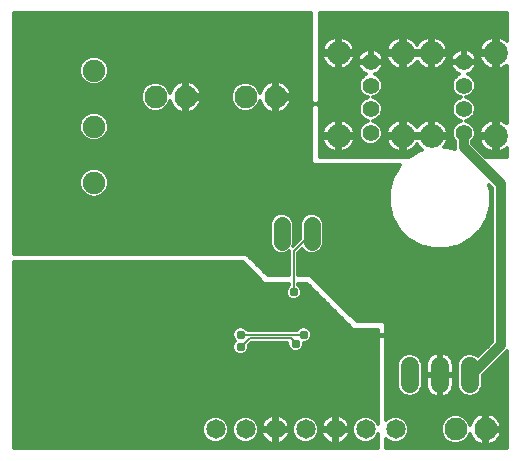
<source format=gbl>
G75*
G70*
%OFA0B0*%
%FSLAX24Y24*%
%IPPOS*%
%LPD*%
%AMOC8*
5,1,8,0,0,1.08239X$1,22.5*
%
%ADD10C,0.0760*%
%ADD11C,0.0650*%
%ADD12C,0.0600*%
%ADD13C,0.0560*%
%ADD14C,0.0795*%
%ADD15C,0.0560*%
%ADD16C,0.0750*%
%ADD17C,0.0310*%
%ADD18C,0.0060*%
%ADD19C,0.0160*%
%ADD20C,0.0120*%
%ADD21C,0.0320*%
D10*
X017970Y005075D03*
X018970Y005075D03*
X011970Y016155D03*
X010970Y016155D03*
X008970Y016155D03*
X007970Y016155D03*
D11*
X009970Y005075D03*
X010970Y005075D03*
X011970Y005075D03*
X012970Y005075D03*
X013970Y005075D03*
X014970Y005075D03*
X015970Y005075D03*
D12*
X016450Y006585D02*
X016450Y007185D01*
X017450Y007185D02*
X017450Y006585D01*
X018450Y006585D02*
X018450Y007185D01*
D13*
X013180Y011325D02*
X013180Y011885D01*
X012180Y011885D02*
X012180Y011325D01*
D14*
X014070Y014855D03*
X016210Y014855D03*
X017170Y014855D03*
X019310Y014855D03*
X019310Y017615D03*
X017170Y017615D03*
X016210Y017615D03*
X014070Y017615D03*
D15*
X015140Y017325D03*
X015140Y016535D03*
X015140Y015745D03*
X015140Y014955D03*
X018240Y014955D03*
X018240Y015745D03*
X018240Y016535D03*
X018240Y017325D03*
D16*
X005920Y017035D03*
X005920Y015165D03*
X005920Y013295D03*
D17*
X010720Y010455D03*
X012580Y009645D03*
X013030Y009585D03*
X012910Y008235D03*
X012640Y007935D03*
X010810Y007815D03*
X010810Y008235D03*
X011560Y006015D03*
X006130Y005565D03*
X003850Y006975D03*
X014230Y010875D03*
D18*
X013180Y011605D02*
X012580Y011005D01*
X012580Y009645D01*
X012910Y008235D02*
X010810Y008235D01*
X011110Y008115D02*
X010810Y007815D01*
X011110Y008115D02*
X012490Y008115D01*
X012640Y007965D01*
X012640Y007935D01*
X011560Y006015D02*
X011560Y005985D01*
X006190Y005625D02*
X006130Y005565D01*
X003970Y006945D02*
X003880Y006945D01*
X003850Y006975D01*
D19*
X010660Y010425D02*
X010690Y010455D01*
X010720Y010455D01*
X013030Y009585D02*
X013030Y009525D01*
D20*
X003260Y010645D02*
X003260Y004445D01*
X015380Y004445D01*
X015380Y004903D01*
X015347Y004823D01*
X015222Y004698D01*
X015058Y004630D01*
X014882Y004630D01*
X014718Y004698D01*
X014593Y004823D01*
X014525Y004987D01*
X014525Y005163D01*
X014593Y005327D01*
X014718Y005452D01*
X014882Y005520D01*
X015058Y005520D01*
X015222Y005452D01*
X015347Y005327D01*
X015380Y005247D01*
X015380Y008113D01*
X015462Y008195D01*
X015578Y008195D01*
X015660Y008113D01*
X015660Y005394D01*
X015718Y005452D01*
X015882Y005520D01*
X016058Y005520D01*
X016222Y005452D01*
X016347Y005327D01*
X016415Y005163D01*
X016415Y004987D01*
X016347Y004823D01*
X016222Y004698D01*
X016058Y004630D01*
X015882Y004630D01*
X015718Y004698D01*
X015660Y004756D01*
X015660Y004445D01*
X019680Y004445D01*
X019680Y007679D01*
X018870Y006869D01*
X018870Y006501D01*
X018806Y006347D01*
X018688Y006229D01*
X018534Y006165D01*
X018366Y006165D01*
X018212Y006229D01*
X018094Y006347D01*
X018030Y006501D01*
X018030Y007269D01*
X018094Y007423D01*
X018212Y007541D01*
X018366Y007605D01*
X018534Y007605D01*
X018688Y007541D01*
X018719Y007510D01*
X019200Y007991D01*
X019200Y013129D01*
X019102Y013227D01*
X019160Y013010D01*
X019160Y012560D01*
X019043Y012125D01*
X018818Y011735D01*
X018500Y011417D01*
X018110Y011192D01*
X017675Y011075D01*
X017225Y011075D01*
X016790Y011192D01*
X016400Y011417D01*
X016082Y011735D01*
X015857Y012125D01*
X015740Y012560D01*
X015740Y013010D01*
X015857Y013445D01*
X016082Y013835D01*
X016132Y013885D01*
X013242Y013885D01*
X013160Y013967D01*
X013160Y015823D01*
X013242Y015905D01*
X013358Y015905D01*
X013440Y015823D01*
X013440Y014165D01*
X016420Y014165D01*
X016790Y014378D01*
X016854Y014396D01*
X016807Y014430D01*
X016745Y014492D01*
X016693Y014563D01*
X016690Y014569D01*
X016687Y014563D01*
X016635Y014492D01*
X016573Y014430D01*
X016502Y014378D01*
X016424Y014338D01*
X016341Y014311D01*
X016270Y014300D01*
X016270Y014795D01*
X016270Y014915D01*
X016150Y014915D01*
X016150Y015410D01*
X016079Y015399D01*
X015996Y015372D01*
X015918Y015332D01*
X015847Y015280D01*
X015785Y015218D01*
X015733Y015147D01*
X015693Y015069D01*
X015666Y014986D01*
X015655Y014915D01*
X016150Y014915D01*
X016150Y014795D01*
X016270Y014795D01*
X016765Y014795D01*
X017110Y014795D01*
X017110Y014915D01*
X017110Y015410D01*
X017039Y015399D01*
X016956Y015372D01*
X016878Y015332D01*
X016807Y015280D01*
X016745Y015218D01*
X016693Y015147D01*
X016690Y015141D01*
X016687Y015147D01*
X016635Y015218D01*
X016573Y015280D01*
X016502Y015332D01*
X016424Y015372D01*
X016341Y015399D01*
X016270Y015410D01*
X016270Y014915D01*
X017110Y014915D01*
X017230Y014915D01*
X017230Y015410D01*
X017301Y015399D01*
X017384Y015372D01*
X017462Y015332D01*
X017533Y015280D01*
X017595Y015218D01*
X017647Y015147D01*
X017687Y015069D01*
X017714Y014986D01*
X017725Y014915D01*
X017230Y014915D01*
X017230Y014795D01*
X017725Y014795D01*
X017714Y014724D01*
X017687Y014641D01*
X017647Y014563D01*
X017598Y014495D01*
X017675Y014495D01*
X017965Y014417D01*
X017960Y014429D01*
X017960Y014669D01*
X017901Y014728D01*
X017840Y014875D01*
X017840Y015035D01*
X017901Y015182D01*
X018013Y015294D01*
X017514Y015294D01*
X017626Y015176D02*
X017898Y015176D01*
X017849Y015057D02*
X017691Y015057D01*
X017721Y014939D02*
X017840Y014939D01*
X017863Y014820D02*
X017230Y014820D01*
X017230Y014939D02*
X017110Y014939D01*
X017110Y015057D02*
X017230Y015057D01*
X017230Y015176D02*
X017110Y015176D01*
X017110Y015294D02*
X017230Y015294D01*
X016826Y015294D02*
X016554Y015294D01*
X016666Y015176D02*
X016714Y015176D01*
X017110Y014820D02*
X016270Y014820D01*
X016270Y014702D02*
X016150Y014702D01*
X016150Y014795D02*
X016150Y014300D01*
X016079Y014311D01*
X015996Y014338D01*
X015918Y014378D01*
X015847Y014430D01*
X015785Y014492D01*
X015733Y014563D01*
X015693Y014641D01*
X015666Y014724D01*
X015655Y014795D01*
X016150Y014795D01*
X016150Y014820D02*
X015517Y014820D01*
X015540Y014875D02*
X015540Y015035D01*
X015479Y015182D01*
X015367Y015294D01*
X015866Y015294D01*
X015754Y015176D02*
X015482Y015176D01*
X015531Y015057D02*
X015689Y015057D01*
X015659Y014939D02*
X015540Y014939D01*
X015540Y014875D02*
X015479Y014728D01*
X015367Y014616D01*
X015220Y014555D01*
X015060Y014555D01*
X014913Y014616D01*
X014801Y014728D01*
X014740Y014875D01*
X014740Y015035D01*
X014801Y015182D01*
X014913Y015294D01*
X014414Y015294D01*
X014433Y015280D02*
X014362Y015332D01*
X014284Y015372D01*
X014201Y015399D01*
X014130Y015410D01*
X014130Y014915D01*
X014625Y014915D01*
X014614Y014986D01*
X014587Y015069D01*
X014547Y015147D01*
X014495Y015218D01*
X014433Y015280D01*
X014526Y015176D02*
X014798Y015176D01*
X014749Y015057D02*
X014591Y015057D01*
X014621Y014939D02*
X014740Y014939D01*
X014763Y014820D02*
X014130Y014820D01*
X014130Y014795D02*
X014130Y014915D01*
X014010Y014915D01*
X014010Y015410D01*
X013939Y015399D01*
X013856Y015372D01*
X013778Y015332D01*
X013707Y015280D01*
X013645Y015218D01*
X013593Y015147D01*
X013553Y015069D01*
X013526Y014986D01*
X013515Y014915D01*
X014010Y014915D01*
X014010Y014795D01*
X014130Y014795D01*
X014625Y014795D01*
X014614Y014724D01*
X014587Y014641D01*
X014547Y014563D01*
X014495Y014492D01*
X014433Y014430D01*
X014362Y014378D01*
X014284Y014338D01*
X014201Y014311D01*
X014130Y014300D01*
X014130Y014795D01*
X014130Y014702D02*
X014010Y014702D01*
X014010Y014795D02*
X014010Y014300D01*
X013939Y014311D01*
X013856Y014338D01*
X013778Y014378D01*
X013707Y014430D01*
X013645Y014492D01*
X013593Y014563D01*
X013553Y014641D01*
X013526Y014724D01*
X013515Y014795D01*
X014010Y014795D01*
X014010Y014820D02*
X013440Y014820D01*
X013440Y014702D02*
X013534Y014702D01*
X013583Y014583D02*
X013440Y014583D01*
X013440Y014465D02*
X013672Y014465D01*
X013841Y014346D02*
X013440Y014346D01*
X013440Y014228D02*
X016529Y014228D01*
X016439Y014346D02*
X016734Y014346D01*
X016772Y014465D02*
X016608Y014465D01*
X016270Y014465D02*
X016150Y014465D01*
X016150Y014583D02*
X016270Y014583D01*
X016270Y014346D02*
X016150Y014346D01*
X015981Y014346D02*
X014299Y014346D01*
X014130Y014346D02*
X014010Y014346D01*
X014010Y014465D02*
X014130Y014465D01*
X014130Y014583D02*
X014010Y014583D01*
X014010Y014939D02*
X014130Y014939D01*
X014130Y015057D02*
X014010Y015057D01*
X014010Y015176D02*
X014130Y015176D01*
X014130Y015294D02*
X014010Y015294D01*
X013726Y015294D02*
X013440Y015294D01*
X013440Y015176D02*
X013614Y015176D01*
X013549Y015057D02*
X013440Y015057D01*
X013440Y014939D02*
X013519Y014939D01*
X013160Y014939D02*
X006362Y014939D01*
X006340Y014885D02*
X006415Y015067D01*
X006415Y015263D01*
X006340Y015445D01*
X006200Y015585D01*
X006018Y015660D01*
X005822Y015660D01*
X005640Y015585D01*
X005500Y015445D01*
X005425Y015263D01*
X005425Y015067D01*
X005500Y014885D01*
X005640Y014745D01*
X005822Y014670D01*
X006018Y014670D01*
X006200Y014745D01*
X006340Y014885D01*
X006275Y014820D02*
X013160Y014820D01*
X013160Y014702D02*
X006095Y014702D01*
X005745Y014702D02*
X003260Y014702D01*
X003260Y014820D02*
X005565Y014820D01*
X005478Y014939D02*
X003260Y014939D01*
X003260Y015057D02*
X005429Y015057D01*
X005425Y015176D02*
X003260Y015176D01*
X003260Y015294D02*
X005438Y015294D01*
X005487Y015413D02*
X003260Y015413D01*
X003260Y015531D02*
X005586Y015531D01*
X005796Y015650D02*
X003260Y015650D01*
X003260Y015768D02*
X007650Y015768D01*
X007687Y015731D02*
X007546Y015872D01*
X007470Y016056D01*
X007470Y016254D01*
X007546Y016438D01*
X007687Y016579D01*
X007871Y016655D01*
X008069Y016655D01*
X008253Y016579D01*
X008394Y016438D01*
X008450Y016302D01*
X008470Y016362D01*
X008508Y016438D01*
X008558Y016507D01*
X008618Y016567D01*
X008687Y016617D01*
X008763Y016655D01*
X008844Y016682D01*
X008915Y016693D01*
X008915Y016210D01*
X009025Y016210D01*
X009508Y016210D01*
X009497Y016281D01*
X009470Y016362D01*
X009432Y016438D01*
X009382Y016507D01*
X009322Y016567D01*
X009253Y016617D01*
X009177Y016655D01*
X009096Y016682D01*
X009025Y016693D01*
X009025Y016210D01*
X009025Y016100D01*
X009508Y016100D01*
X009497Y016029D01*
X009470Y015948D01*
X009432Y015872D01*
X009382Y015803D01*
X009322Y015743D01*
X009253Y015693D01*
X009177Y015655D01*
X009096Y015628D01*
X009025Y015617D01*
X009025Y016100D01*
X008915Y016100D01*
X008915Y015617D01*
X008844Y015628D01*
X008763Y015655D01*
X008687Y015693D01*
X008618Y015743D01*
X008558Y015803D01*
X008508Y015872D01*
X008470Y015948D01*
X008450Y016008D01*
X008394Y015872D01*
X008253Y015731D01*
X008069Y015655D01*
X007871Y015655D01*
X007687Y015731D01*
X007540Y015887D02*
X003260Y015887D01*
X003260Y016005D02*
X007491Y016005D01*
X007470Y016124D02*
X003260Y016124D01*
X003260Y016242D02*
X007470Y016242D01*
X007514Y016361D02*
X003260Y016361D01*
X003260Y016479D02*
X007587Y016479D01*
X007732Y016598D02*
X006157Y016598D01*
X006200Y016615D02*
X006340Y016755D01*
X006415Y016937D01*
X006415Y017133D01*
X006340Y017315D01*
X006200Y017455D01*
X006018Y017530D01*
X005822Y017530D01*
X005640Y017455D01*
X005500Y017315D01*
X005425Y017133D01*
X005425Y016937D01*
X005500Y016755D01*
X005640Y016615D01*
X005822Y016540D01*
X006018Y016540D01*
X006200Y016615D01*
X006301Y016716D02*
X013160Y016716D01*
X013160Y016598D02*
X012280Y016598D01*
X012253Y016617D02*
X012177Y016655D01*
X012096Y016682D01*
X012025Y016693D01*
X012025Y016210D01*
X012508Y016210D01*
X012497Y016281D01*
X012470Y016362D01*
X012432Y016438D01*
X012382Y016507D01*
X012322Y016567D01*
X012253Y016617D01*
X012402Y016479D02*
X013160Y016479D01*
X013160Y016361D02*
X012471Y016361D01*
X012503Y016242D02*
X013160Y016242D01*
X013160Y016124D02*
X012025Y016124D01*
X012025Y016100D02*
X012025Y016210D01*
X011915Y016210D01*
X011915Y016693D01*
X011844Y016682D01*
X011763Y016655D01*
X011687Y016617D01*
X011618Y016567D01*
X011558Y016507D01*
X011508Y016438D01*
X011470Y016362D01*
X011450Y016302D01*
X011394Y016438D01*
X011253Y016579D01*
X011069Y016655D01*
X010871Y016655D01*
X010687Y016579D01*
X010546Y016438D01*
X010470Y016254D01*
X010470Y016056D01*
X010546Y015872D01*
X010687Y015731D01*
X010871Y015655D01*
X011069Y015655D01*
X011253Y015731D01*
X011394Y015872D01*
X011450Y016008D01*
X011470Y015948D01*
X011508Y015872D01*
X011558Y015803D01*
X011618Y015743D01*
X011687Y015693D01*
X011763Y015655D01*
X011844Y015628D01*
X011915Y015617D01*
X011915Y016100D01*
X012025Y016100D01*
X012508Y016100D01*
X012497Y016029D01*
X012470Y015948D01*
X012432Y015872D01*
X012382Y015803D01*
X012322Y015743D01*
X012253Y015693D01*
X012177Y015655D01*
X012096Y015628D01*
X012025Y015617D01*
X012025Y016100D01*
X012025Y016005D02*
X011915Y016005D01*
X011915Y015887D02*
X012025Y015887D01*
X012025Y015768D02*
X011915Y015768D01*
X011915Y015650D02*
X012025Y015650D01*
X012162Y015650D02*
X013160Y015650D01*
X013160Y015768D02*
X012347Y015768D01*
X012439Y015887D02*
X013224Y015887D01*
X013242Y015925D02*
X013358Y015925D01*
X013440Y016007D01*
X013440Y018965D01*
X019680Y018965D01*
X019680Y018033D01*
X019673Y018040D01*
X019602Y018092D01*
X019524Y018132D01*
X019441Y018159D01*
X019370Y018170D01*
X019370Y017675D01*
X019250Y017675D01*
X019250Y018170D01*
X019179Y018159D01*
X019096Y018132D01*
X019018Y018092D01*
X018947Y018040D01*
X018885Y017978D01*
X018833Y017907D01*
X018793Y017829D01*
X018766Y017746D01*
X018755Y017675D01*
X019250Y017675D01*
X019250Y017555D01*
X019370Y017555D01*
X019370Y017060D01*
X019441Y017071D01*
X019524Y017098D01*
X019602Y017138D01*
X019673Y017190D01*
X019680Y017197D01*
X019680Y015273D01*
X019673Y015280D01*
X019602Y015332D01*
X019524Y015372D01*
X019441Y015399D01*
X019370Y015410D01*
X019370Y014915D01*
X019250Y014915D01*
X019250Y015410D01*
X019179Y015399D01*
X019096Y015372D01*
X019018Y015332D01*
X018947Y015280D01*
X018885Y015218D01*
X018833Y015147D01*
X018793Y015069D01*
X018766Y014986D01*
X018755Y014915D01*
X019250Y014915D01*
X019250Y014795D01*
X019370Y014795D01*
X019370Y014300D01*
X019441Y014311D01*
X019524Y014338D01*
X019602Y014378D01*
X019673Y014430D01*
X019680Y014437D01*
X019680Y014165D01*
X018956Y014165D01*
X018520Y014601D01*
X018520Y014669D01*
X018579Y014728D01*
X018640Y014875D01*
X018640Y015035D01*
X018579Y015182D01*
X018467Y015294D01*
X018966Y015294D01*
X018854Y015176D02*
X018582Y015176D01*
X018631Y015057D02*
X018789Y015057D01*
X018759Y014939D02*
X018640Y014939D01*
X018617Y014820D02*
X019250Y014820D01*
X019250Y014795D02*
X018755Y014795D01*
X018766Y014724D01*
X018793Y014641D01*
X018833Y014563D01*
X018885Y014492D01*
X018947Y014430D01*
X019018Y014378D01*
X019096Y014338D01*
X019179Y014311D01*
X019250Y014300D01*
X019250Y014795D01*
X019250Y014702D02*
X019370Y014702D01*
X019370Y014583D02*
X019250Y014583D01*
X019250Y014465D02*
X019370Y014465D01*
X019370Y014346D02*
X019250Y014346D01*
X019081Y014346D02*
X018775Y014346D01*
X018893Y014228D02*
X019680Y014228D01*
X019680Y014346D02*
X019539Y014346D01*
X019370Y014939D02*
X019250Y014939D01*
X019250Y015057D02*
X019370Y015057D01*
X019370Y015176D02*
X019250Y015176D01*
X019250Y015294D02*
X019370Y015294D01*
X019654Y015294D02*
X019680Y015294D01*
X019680Y015413D02*
X018473Y015413D01*
X018467Y015406D02*
X018579Y015518D01*
X018640Y015665D01*
X018640Y015825D01*
X018579Y015972D01*
X018467Y016084D01*
X018332Y016140D01*
X018467Y016196D01*
X018579Y016308D01*
X018640Y016455D01*
X018640Y016615D01*
X018579Y016762D01*
X018467Y016874D01*
X018383Y016909D01*
X018409Y016917D01*
X018471Y016949D01*
X018527Y016989D01*
X018576Y017038D01*
X018616Y017094D01*
X018648Y017156D01*
X018669Y017222D01*
X018680Y017290D01*
X018680Y017295D01*
X018270Y017295D01*
X018270Y017355D01*
X018210Y017355D01*
X018210Y017765D01*
X018205Y017765D01*
X018137Y017754D01*
X018071Y017733D01*
X018009Y017701D01*
X017953Y017661D01*
X017904Y017612D01*
X017864Y017556D01*
X017832Y017494D01*
X017811Y017428D01*
X017800Y017360D01*
X017800Y017355D01*
X018210Y017355D01*
X018210Y017295D01*
X017800Y017295D01*
X017800Y017290D01*
X017811Y017222D01*
X017832Y017156D01*
X017864Y017094D01*
X017904Y017038D01*
X017953Y016989D01*
X018009Y016949D01*
X018071Y016917D01*
X018097Y016909D01*
X018013Y016874D01*
X017901Y016762D01*
X017840Y016615D01*
X017840Y016455D01*
X017901Y016308D01*
X018013Y016196D01*
X018148Y016140D01*
X018013Y016084D01*
X017901Y015972D01*
X017840Y015825D01*
X017840Y015665D01*
X017901Y015518D01*
X018013Y015406D01*
X018148Y015350D01*
X018013Y015294D01*
X018007Y015413D02*
X015373Y015413D01*
X015367Y015406D02*
X015479Y015518D01*
X015540Y015665D01*
X015540Y015825D01*
X015479Y015972D01*
X015367Y016084D01*
X015232Y016140D01*
X015367Y016196D01*
X015479Y016308D01*
X015540Y016455D01*
X015540Y016615D01*
X015479Y016762D01*
X015367Y016874D01*
X015283Y016909D01*
X015309Y016917D01*
X015371Y016949D01*
X015427Y016989D01*
X015476Y017038D01*
X015516Y017094D01*
X015548Y017156D01*
X015569Y017222D01*
X015580Y017290D01*
X015580Y017295D01*
X015170Y017295D01*
X015170Y017355D01*
X015110Y017355D01*
X015110Y017765D01*
X015105Y017765D01*
X015037Y017754D01*
X014971Y017733D01*
X014909Y017701D01*
X014853Y017661D01*
X014804Y017612D01*
X014764Y017556D01*
X014732Y017494D01*
X014711Y017428D01*
X014700Y017360D01*
X014700Y017355D01*
X015110Y017355D01*
X015110Y017295D01*
X014700Y017295D01*
X014700Y017290D01*
X014711Y017222D01*
X014732Y017156D01*
X014764Y017094D01*
X014804Y017038D01*
X014853Y016989D01*
X014909Y016949D01*
X014971Y016917D01*
X014997Y016909D01*
X014913Y016874D01*
X014801Y016762D01*
X014740Y016615D01*
X014740Y016455D01*
X014801Y016308D01*
X014913Y016196D01*
X015048Y016140D01*
X014913Y016084D01*
X014801Y015972D01*
X014740Y015825D01*
X014740Y015665D01*
X014801Y015518D01*
X014913Y015406D01*
X015048Y015350D01*
X014913Y015294D01*
X014907Y015413D02*
X013440Y015413D01*
X013440Y015531D02*
X014796Y015531D01*
X014747Y015650D02*
X013440Y015650D01*
X013440Y015768D02*
X014740Y015768D01*
X014766Y015887D02*
X013376Y015887D01*
X013438Y016005D02*
X014834Y016005D01*
X015009Y016124D02*
X013440Y016124D01*
X013440Y016242D02*
X014867Y016242D01*
X014779Y016361D02*
X013440Y016361D01*
X013440Y016479D02*
X014740Y016479D01*
X014740Y016598D02*
X013440Y016598D01*
X013440Y016716D02*
X014782Y016716D01*
X014874Y016835D02*
X013440Y016835D01*
X013440Y016953D02*
X014903Y016953D01*
X014780Y017072D02*
X014201Y017072D01*
X014201Y017071D02*
X014284Y017098D01*
X014362Y017138D01*
X014433Y017190D01*
X014495Y017252D01*
X014547Y017323D01*
X014587Y017401D01*
X014614Y017484D01*
X014625Y017555D01*
X014130Y017555D01*
X014130Y017675D01*
X014625Y017675D01*
X014614Y017746D01*
X014587Y017829D01*
X014547Y017907D01*
X014495Y017978D01*
X014433Y018040D01*
X014362Y018092D01*
X014284Y018132D01*
X014201Y018159D01*
X014130Y018170D01*
X014130Y017675D01*
X014010Y017675D01*
X014010Y018170D01*
X013939Y018159D01*
X013856Y018132D01*
X013778Y018092D01*
X013707Y018040D01*
X013645Y017978D01*
X013593Y017907D01*
X013553Y017829D01*
X013526Y017746D01*
X013515Y017675D01*
X014010Y017675D01*
X014010Y017555D01*
X014130Y017555D01*
X014130Y017060D01*
X014201Y017071D01*
X014130Y017072D02*
X014010Y017072D01*
X014010Y017060D02*
X014010Y017555D01*
X013515Y017555D01*
X013526Y017484D01*
X013553Y017401D01*
X013593Y017323D01*
X013645Y017252D01*
X013707Y017190D01*
X013778Y017138D01*
X013856Y017098D01*
X013939Y017071D01*
X014010Y017060D01*
X013939Y017072D02*
X013440Y017072D01*
X013440Y017190D02*
X013707Y017190D01*
X013604Y017309D02*
X013440Y017309D01*
X013440Y017427D02*
X013545Y017427D01*
X013517Y017546D02*
X013440Y017546D01*
X013440Y017664D02*
X014010Y017664D01*
X014010Y017546D02*
X014130Y017546D01*
X014130Y017664D02*
X014858Y017664D01*
X014759Y017546D02*
X014623Y017546D01*
X014595Y017427D02*
X014711Y017427D01*
X014536Y017309D02*
X015110Y017309D01*
X015170Y017309D02*
X015744Y017309D01*
X015733Y017323D02*
X015785Y017252D01*
X015847Y017190D01*
X015918Y017138D01*
X015996Y017098D01*
X016079Y017071D01*
X016150Y017060D01*
X016150Y017555D01*
X016270Y017555D01*
X016270Y017675D01*
X016150Y017675D01*
X016150Y018170D01*
X016079Y018159D01*
X015996Y018132D01*
X015918Y018092D01*
X015847Y018040D01*
X015785Y017978D01*
X015733Y017907D01*
X015693Y017829D01*
X015666Y017746D01*
X015655Y017675D01*
X016150Y017675D01*
X016150Y017555D01*
X015655Y017555D01*
X015666Y017484D01*
X015693Y017401D01*
X015733Y017323D01*
X015685Y017427D02*
X015569Y017427D01*
X015569Y017428D02*
X015548Y017494D01*
X015516Y017556D01*
X015476Y017612D01*
X015427Y017661D01*
X015371Y017701D01*
X015309Y017733D01*
X015243Y017754D01*
X015175Y017765D01*
X015170Y017765D01*
X015170Y017355D01*
X015580Y017355D01*
X015580Y017360D01*
X015569Y017428D01*
X015521Y017546D02*
X015657Y017546D01*
X015678Y017783D02*
X014602Y017783D01*
X014550Y017901D02*
X015730Y017901D01*
X015826Y018020D02*
X014454Y018020D01*
X014264Y018138D02*
X016016Y018138D01*
X016150Y018138D02*
X016270Y018138D01*
X016270Y018170D02*
X016270Y017675D01*
X017110Y017675D01*
X017110Y018170D01*
X017039Y018159D01*
X016956Y018132D01*
X016878Y018092D01*
X016807Y018040D01*
X016745Y017978D01*
X016693Y017907D01*
X016690Y017901D01*
X016690Y017901D01*
X016687Y017907D01*
X016635Y017978D01*
X016573Y018040D01*
X016502Y018092D01*
X016424Y018132D01*
X016341Y018159D01*
X016270Y018170D01*
X016404Y018138D02*
X016976Y018138D01*
X017110Y018138D02*
X017230Y018138D01*
X017230Y018170D02*
X017301Y018159D01*
X017384Y018132D01*
X017462Y018092D01*
X017533Y018040D01*
X017595Y017978D01*
X017647Y017907D01*
X017687Y017829D01*
X017714Y017746D01*
X017725Y017675D01*
X017230Y017675D01*
X017230Y017555D01*
X017725Y017555D01*
X017714Y017484D01*
X017687Y017401D01*
X017647Y017323D01*
X017595Y017252D01*
X017533Y017190D01*
X017462Y017138D01*
X017384Y017098D01*
X017301Y017071D01*
X017230Y017060D01*
X017230Y017555D01*
X017110Y017555D01*
X017110Y017060D01*
X017039Y017071D01*
X016956Y017098D01*
X016878Y017138D01*
X016807Y017190D01*
X016745Y017252D01*
X016693Y017323D01*
X016690Y017329D01*
X016687Y017323D01*
X016635Y017252D01*
X016573Y017190D01*
X016502Y017138D01*
X016424Y017098D01*
X016341Y017071D01*
X016270Y017060D01*
X016270Y017555D01*
X016615Y017555D01*
X017110Y017555D01*
X017110Y017675D01*
X017230Y017675D01*
X017230Y018170D01*
X017364Y018138D02*
X019116Y018138D01*
X019250Y018138D02*
X019370Y018138D01*
X019370Y018020D02*
X019250Y018020D01*
X019250Y017901D02*
X019370Y017901D01*
X019370Y017783D02*
X019250Y017783D01*
X019250Y017664D02*
X018522Y017664D01*
X018527Y017661D02*
X018471Y017701D01*
X018409Y017733D01*
X018343Y017754D01*
X018275Y017765D01*
X018270Y017765D01*
X018270Y017355D01*
X018680Y017355D01*
X018680Y017360D01*
X018669Y017428D01*
X018648Y017494D01*
X018616Y017556D01*
X018576Y017612D01*
X018527Y017661D01*
X018621Y017546D02*
X018757Y017546D01*
X018755Y017555D02*
X018766Y017484D01*
X018793Y017401D01*
X018833Y017323D01*
X018885Y017252D01*
X018947Y017190D01*
X019018Y017138D01*
X019096Y017098D01*
X019179Y017071D01*
X019250Y017060D01*
X019250Y017555D01*
X018755Y017555D01*
X018785Y017427D02*
X018669Y017427D01*
X018844Y017309D02*
X018270Y017309D01*
X018210Y017309D02*
X017636Y017309D01*
X017695Y017427D02*
X017811Y017427D01*
X017859Y017546D02*
X017723Y017546D01*
X017702Y017783D02*
X018778Y017783D01*
X018830Y017901D02*
X017650Y017901D01*
X017554Y018020D02*
X018926Y018020D01*
X019250Y017546D02*
X019370Y017546D01*
X019370Y017427D02*
X019250Y017427D01*
X019250Y017309D02*
X019370Y017309D01*
X019370Y017190D02*
X019250Y017190D01*
X019250Y017072D02*
X019370Y017072D01*
X019441Y017072D02*
X019680Y017072D01*
X019673Y017190D02*
X019680Y017190D01*
X019680Y016953D02*
X018477Y016953D01*
X018506Y016835D02*
X019680Y016835D01*
X019680Y016716D02*
X018598Y016716D01*
X018640Y016598D02*
X019680Y016598D01*
X019680Y016479D02*
X018640Y016479D01*
X018601Y016361D02*
X019680Y016361D01*
X019680Y016242D02*
X018513Y016242D01*
X018371Y016124D02*
X019680Y016124D01*
X019680Y016005D02*
X018546Y016005D01*
X018614Y015887D02*
X019680Y015887D01*
X019680Y015768D02*
X018640Y015768D01*
X018633Y015650D02*
X019680Y015650D01*
X019680Y015531D02*
X018584Y015531D01*
X018467Y015406D02*
X018332Y015350D01*
X018467Y015294D01*
X017896Y015531D02*
X015484Y015531D01*
X015533Y015650D02*
X017847Y015650D01*
X017840Y015768D02*
X015540Y015768D01*
X015514Y015887D02*
X017866Y015887D01*
X017934Y016005D02*
X015446Y016005D01*
X015271Y016124D02*
X018109Y016124D01*
X017967Y016242D02*
X015413Y016242D01*
X015501Y016361D02*
X017879Y016361D01*
X017840Y016479D02*
X015540Y016479D01*
X015540Y016598D02*
X017840Y016598D01*
X017882Y016716D02*
X015498Y016716D01*
X015406Y016835D02*
X017974Y016835D01*
X018003Y016953D02*
X015377Y016953D01*
X015500Y017072D02*
X016079Y017072D01*
X016150Y017072D02*
X016270Y017072D01*
X016341Y017072D02*
X017039Y017072D01*
X017110Y017072D02*
X017230Y017072D01*
X017301Y017072D02*
X017880Y017072D01*
X017821Y017190D02*
X017533Y017190D01*
X017230Y017190D02*
X017110Y017190D01*
X017110Y017309D02*
X017230Y017309D01*
X017230Y017427D02*
X017110Y017427D01*
X017110Y017546D02*
X017230Y017546D01*
X017230Y017664D02*
X017958Y017664D01*
X018210Y017664D02*
X018270Y017664D01*
X018270Y017546D02*
X018210Y017546D01*
X018210Y017427D02*
X018270Y017427D01*
X018659Y017190D02*
X018947Y017190D01*
X019179Y017072D02*
X018600Y017072D01*
X019504Y018138D02*
X019680Y018138D01*
X019680Y018257D02*
X013440Y018257D01*
X013440Y018375D02*
X019680Y018375D01*
X019680Y018494D02*
X013440Y018494D01*
X013440Y018612D02*
X019680Y018612D01*
X019680Y018731D02*
X013440Y018731D01*
X013440Y018849D02*
X019680Y018849D01*
X017230Y018020D02*
X017110Y018020D01*
X017110Y017901D02*
X017230Y017901D01*
X017230Y017783D02*
X017110Y017783D01*
X017110Y017664D02*
X016270Y017664D01*
X016270Y017546D02*
X016150Y017546D01*
X016150Y017664D02*
X015422Y017664D01*
X015170Y017664D02*
X015110Y017664D01*
X015110Y017546D02*
X015170Y017546D01*
X015170Y017427D02*
X015110Y017427D01*
X014721Y017190D02*
X014433Y017190D01*
X014130Y017190D02*
X014010Y017190D01*
X014010Y017309D02*
X014130Y017309D01*
X014130Y017427D02*
X014010Y017427D01*
X014010Y017783D02*
X014130Y017783D01*
X014130Y017901D02*
X014010Y017901D01*
X014010Y018020D02*
X014130Y018020D01*
X014130Y018138D02*
X014010Y018138D01*
X013876Y018138D02*
X013440Y018138D01*
X013440Y018020D02*
X013686Y018020D01*
X013590Y017901D02*
X013440Y017901D01*
X013440Y017783D02*
X013538Y017783D01*
X013160Y017783D02*
X003260Y017783D01*
X003260Y017901D02*
X013160Y017901D01*
X013160Y018020D02*
X003260Y018020D01*
X003260Y018138D02*
X013160Y018138D01*
X013160Y018257D02*
X003260Y018257D01*
X003260Y018375D02*
X013160Y018375D01*
X013160Y018494D02*
X003260Y018494D01*
X003260Y018612D02*
X013160Y018612D01*
X013160Y018731D02*
X003260Y018731D01*
X003260Y018849D02*
X013160Y018849D01*
X013160Y018965D02*
X013160Y016007D01*
X013242Y015925D01*
X013162Y016005D02*
X012489Y016005D01*
X012025Y016242D02*
X011915Y016242D01*
X011915Y016361D02*
X012025Y016361D01*
X012025Y016479D02*
X011915Y016479D01*
X011915Y016598D02*
X012025Y016598D01*
X011660Y016598D02*
X011208Y016598D01*
X011353Y016479D02*
X011538Y016479D01*
X011469Y016361D02*
X011426Y016361D01*
X011449Y016005D02*
X011451Y016005D01*
X011400Y015887D02*
X011501Y015887D01*
X011593Y015768D02*
X011290Y015768D01*
X011778Y015650D02*
X009162Y015650D01*
X009025Y015650D02*
X008915Y015650D01*
X008915Y015768D02*
X009025Y015768D01*
X009025Y015887D02*
X008915Y015887D01*
X008915Y016005D02*
X009025Y016005D01*
X009025Y016124D02*
X010470Y016124D01*
X010470Y016242D02*
X009503Y016242D01*
X009471Y016361D02*
X010514Y016361D01*
X010587Y016479D02*
X009402Y016479D01*
X009280Y016598D02*
X010732Y016598D01*
X010491Y016005D02*
X009489Y016005D01*
X009439Y015887D02*
X010540Y015887D01*
X010650Y015768D02*
X009347Y015768D01*
X009025Y016242D02*
X008915Y016242D01*
X008915Y016361D02*
X009025Y016361D01*
X009025Y016479D02*
X008915Y016479D01*
X008915Y016598D02*
X009025Y016598D01*
X008660Y016598D02*
X008208Y016598D01*
X008353Y016479D02*
X008538Y016479D01*
X008469Y016361D02*
X008426Y016361D01*
X008449Y016005D02*
X008451Y016005D01*
X008400Y015887D02*
X008501Y015887D01*
X008593Y015768D02*
X008290Y015768D01*
X008778Y015650D02*
X006044Y015650D01*
X006254Y015531D02*
X013160Y015531D01*
X013160Y015413D02*
X006353Y015413D01*
X006402Y015294D02*
X013160Y015294D01*
X013160Y015176D02*
X006415Y015176D01*
X006411Y015057D02*
X013160Y015057D01*
X013160Y014583D02*
X003260Y014583D01*
X003260Y014465D02*
X013160Y014465D01*
X013160Y014346D02*
X003260Y014346D01*
X003260Y014228D02*
X013160Y014228D01*
X013160Y014109D02*
X003260Y014109D01*
X003260Y013991D02*
X013160Y013991D01*
X014468Y014465D02*
X015812Y014465D01*
X015723Y014583D02*
X015287Y014583D01*
X015452Y014702D02*
X015674Y014702D01*
X016150Y014939D02*
X016270Y014939D01*
X016270Y015057D02*
X016150Y015057D01*
X016150Y015176D02*
X016270Y015176D01*
X016270Y015294D02*
X016150Y015294D01*
X015367Y015294D02*
X015232Y015350D01*
X015367Y015406D01*
X014828Y014702D02*
X014606Y014702D01*
X014557Y014583D02*
X014993Y014583D01*
X016035Y013754D02*
X006107Y013754D01*
X006018Y013790D02*
X006200Y013715D01*
X006340Y013575D01*
X006415Y013393D01*
X006415Y013197D01*
X006340Y013015D01*
X006200Y012875D01*
X006018Y012800D01*
X005822Y012800D01*
X005640Y012875D01*
X005500Y013015D01*
X005425Y013197D01*
X005425Y013393D01*
X005500Y013575D01*
X005640Y013715D01*
X005822Y013790D01*
X006018Y013790D01*
X005733Y013754D02*
X003260Y013754D01*
X003260Y013872D02*
X016119Y013872D01*
X015966Y013635D02*
X006280Y013635D01*
X006364Y013517D02*
X015898Y013517D01*
X015844Y013398D02*
X006413Y013398D01*
X006415Y013280D02*
X015812Y013280D01*
X015780Y013161D02*
X006400Y013161D01*
X006351Y013043D02*
X015749Y013043D01*
X015740Y012924D02*
X006249Y012924D01*
X006032Y012806D02*
X015740Y012806D01*
X015740Y012687D02*
X003260Y012687D01*
X003260Y012569D02*
X015740Y012569D01*
X015769Y012450D02*
X003260Y012450D01*
X003260Y012332D02*
X015801Y012332D01*
X015833Y012213D02*
X013418Y012213D01*
X013407Y012224D02*
X013260Y012285D01*
X013100Y012285D01*
X012953Y012224D01*
X012841Y012112D01*
X012780Y011965D01*
X012780Y011417D01*
X012560Y011197D01*
X012580Y011245D01*
X012580Y011965D01*
X012519Y012112D01*
X012407Y012224D01*
X012260Y012285D01*
X012100Y012285D01*
X011953Y012224D01*
X011841Y012112D01*
X011780Y011965D01*
X011780Y011245D01*
X011841Y011098D01*
X011953Y010986D01*
X012100Y010925D01*
X012260Y010925D01*
X012407Y010986D01*
X012430Y011009D01*
X012430Y010205D01*
X011708Y010205D01*
X011070Y010843D01*
X010988Y010925D01*
X003260Y010925D01*
X003260Y018965D01*
X013160Y018965D01*
X013160Y017664D02*
X003260Y017664D01*
X003260Y017546D02*
X013160Y017546D01*
X013160Y017427D02*
X006228Y017427D01*
X006342Y017309D02*
X013160Y017309D01*
X013160Y017190D02*
X006392Y017190D01*
X006415Y017072D02*
X013160Y017072D01*
X013160Y016953D02*
X006415Y016953D01*
X006373Y016835D02*
X013160Y016835D01*
X015559Y017190D02*
X015847Y017190D01*
X016150Y017190D02*
X016270Y017190D01*
X016270Y017309D02*
X016150Y017309D01*
X016150Y017427D02*
X016270Y017427D01*
X016270Y017783D02*
X016150Y017783D01*
X016150Y017901D02*
X016270Y017901D01*
X016270Y018020D02*
X016150Y018020D01*
X016594Y018020D02*
X016786Y018020D01*
X016704Y017309D02*
X016676Y017309D01*
X016573Y017190D02*
X016807Y017190D01*
X017706Y014702D02*
X017928Y014702D01*
X017960Y014583D02*
X017657Y014583D01*
X017789Y014465D02*
X017960Y014465D01*
X018538Y014583D02*
X018823Y014583D01*
X018774Y014702D02*
X018552Y014702D01*
X018656Y014465D02*
X018912Y014465D01*
X019120Y013161D02*
X019168Y013161D01*
X019151Y013043D02*
X019200Y013043D01*
X019200Y012924D02*
X019160Y012924D01*
X019160Y012806D02*
X019200Y012806D01*
X019200Y012687D02*
X019160Y012687D01*
X019160Y012569D02*
X019200Y012569D01*
X019200Y012450D02*
X019131Y012450D01*
X019099Y012332D02*
X019200Y012332D01*
X019200Y012213D02*
X019067Y012213D01*
X019026Y012095D02*
X019200Y012095D01*
X019200Y011976D02*
X018957Y011976D01*
X018889Y011858D02*
X019200Y011858D01*
X019200Y011739D02*
X018821Y011739D01*
X018704Y011621D02*
X019200Y011621D01*
X019200Y011502D02*
X018585Y011502D01*
X018443Y011384D02*
X019200Y011384D01*
X019200Y011265D02*
X018237Y011265D01*
X017942Y011147D02*
X019200Y011147D01*
X019200Y011028D02*
X013449Y011028D01*
X013407Y010986D02*
X013519Y011098D01*
X013580Y011245D01*
X013580Y011965D01*
X013519Y012112D01*
X013407Y012224D01*
X013526Y012095D02*
X015874Y012095D01*
X015943Y011976D02*
X013575Y011976D01*
X013580Y011858D02*
X016011Y011858D01*
X016079Y011739D02*
X013580Y011739D01*
X013580Y011621D02*
X016196Y011621D01*
X016315Y011502D02*
X013580Y011502D01*
X013580Y011384D02*
X016457Y011384D01*
X016663Y011265D02*
X013580Y011265D01*
X013539Y011147D02*
X016958Y011147D01*
X019200Y010910D02*
X012730Y010910D01*
X012730Y010943D02*
X012863Y011076D01*
X012953Y010986D01*
X013100Y010925D01*
X013260Y010925D01*
X013407Y010986D01*
X012911Y011028D02*
X012815Y011028D01*
X012730Y010943D02*
X012730Y010205D01*
X013148Y010205D01*
X013230Y010123D01*
X014678Y008675D01*
X015578Y008675D01*
X015660Y008593D01*
X015660Y008297D01*
X015578Y008215D01*
X015462Y008215D01*
X015380Y008297D01*
X015380Y008395D01*
X014562Y008395D01*
X013032Y009925D01*
X012730Y009925D01*
X012730Y009881D01*
X012736Y009878D01*
X012813Y009801D01*
X012855Y009700D01*
X012855Y009590D01*
X012813Y009489D01*
X012736Y009412D01*
X012635Y009370D01*
X012525Y009370D01*
X012424Y009412D01*
X012347Y009489D01*
X012305Y009590D01*
X012305Y009700D01*
X012347Y009801D01*
X012424Y009878D01*
X012430Y009881D01*
X012430Y009925D01*
X011592Y009925D01*
X010872Y010645D01*
X003260Y010645D01*
X003260Y010554D02*
X010963Y010554D01*
X011081Y010436D02*
X003260Y010436D01*
X003260Y010317D02*
X011200Y010317D01*
X011318Y010199D02*
X003260Y010199D01*
X003260Y010080D02*
X011437Y010080D01*
X011555Y009962D02*
X003260Y009962D01*
X003260Y009843D02*
X012389Y009843D01*
X012315Y009725D02*
X003260Y009725D01*
X003260Y009606D02*
X012305Y009606D01*
X012349Y009488D02*
X003260Y009488D01*
X003260Y009369D02*
X013588Y009369D01*
X013706Y009251D02*
X003260Y009251D01*
X003260Y009132D02*
X013825Y009132D01*
X013943Y009014D02*
X003260Y009014D01*
X003260Y008895D02*
X014062Y008895D01*
X014180Y008777D02*
X003260Y008777D01*
X003260Y008658D02*
X014299Y008658D01*
X014418Y008540D02*
X003260Y008540D01*
X003260Y008421D02*
X010607Y008421D01*
X010577Y008391D02*
X010535Y008290D01*
X010535Y008180D01*
X010577Y008079D01*
X010631Y008025D01*
X010577Y007971D01*
X010535Y007870D01*
X010535Y007760D01*
X010577Y007659D01*
X010654Y007582D01*
X010755Y007540D01*
X010865Y007540D01*
X010966Y007582D01*
X011043Y007659D01*
X011085Y007760D01*
X011085Y007870D01*
X011083Y007875D01*
X011172Y007965D01*
X012365Y007965D01*
X012365Y007880D01*
X012407Y007779D01*
X012484Y007702D01*
X012585Y007660D01*
X012695Y007660D01*
X012796Y007702D01*
X012873Y007779D01*
X012915Y007880D01*
X012915Y007960D01*
X012965Y007960D01*
X013066Y008002D01*
X013143Y008079D01*
X013185Y008180D01*
X013185Y008290D01*
X013143Y008391D01*
X013066Y008468D01*
X012965Y008510D01*
X012855Y008510D01*
X012754Y008468D01*
X012677Y008391D01*
X012674Y008385D01*
X011046Y008385D01*
X011043Y008391D01*
X010966Y008468D01*
X010865Y008510D01*
X010755Y008510D01*
X010654Y008468D01*
X010577Y008391D01*
X010540Y008303D02*
X003260Y008303D01*
X003260Y008184D02*
X010535Y008184D01*
X010591Y008066D02*
X003260Y008066D01*
X003260Y007947D02*
X010567Y007947D01*
X010535Y007829D02*
X003260Y007829D01*
X003260Y007710D02*
X010556Y007710D01*
X010645Y007592D02*
X003260Y007592D01*
X003260Y007473D02*
X015380Y007473D01*
X015380Y007355D02*
X003260Y007355D01*
X003260Y007236D02*
X015380Y007236D01*
X015380Y007118D02*
X003260Y007118D01*
X003260Y006999D02*
X015380Y006999D01*
X015380Y006881D02*
X003260Y006881D01*
X003260Y006762D02*
X015380Y006762D01*
X015380Y006644D02*
X003260Y006644D01*
X003260Y006525D02*
X015380Y006525D01*
X015380Y006407D02*
X003260Y006407D01*
X003260Y006288D02*
X015380Y006288D01*
X015380Y006170D02*
X003260Y006170D01*
X003260Y006051D02*
X015380Y006051D01*
X015380Y005933D02*
X003260Y005933D01*
X003260Y005814D02*
X015380Y005814D01*
X015380Y005696D02*
X003260Y005696D01*
X003260Y005577D02*
X015380Y005577D01*
X015380Y005459D02*
X015206Y005459D01*
X015334Y005340D02*
X015380Y005340D01*
X015660Y005459D02*
X015734Y005459D01*
X015660Y005577D02*
X018768Y005577D01*
X018763Y005575D02*
X018687Y005537D01*
X018618Y005487D01*
X018558Y005427D01*
X018508Y005358D01*
X018470Y005282D01*
X018450Y005222D01*
X018394Y005358D01*
X018253Y005499D01*
X018069Y005575D01*
X017871Y005575D01*
X017687Y005499D01*
X017546Y005358D01*
X017470Y005174D01*
X017470Y004976D01*
X017546Y004792D01*
X017687Y004651D01*
X017871Y004575D01*
X018069Y004575D01*
X018253Y004651D01*
X018394Y004792D01*
X018450Y004928D01*
X018470Y004868D01*
X018508Y004792D01*
X018558Y004723D01*
X018618Y004663D01*
X018687Y004613D01*
X018763Y004575D01*
X018844Y004548D01*
X018915Y004537D01*
X018915Y005020D01*
X019025Y005020D01*
X019025Y005130D01*
X019508Y005130D01*
X019497Y005201D01*
X019470Y005282D01*
X019432Y005358D01*
X019382Y005427D01*
X019322Y005487D01*
X019253Y005537D01*
X019177Y005575D01*
X019096Y005602D01*
X019025Y005613D01*
X019025Y005130D01*
X018915Y005130D01*
X018915Y005613D01*
X018844Y005602D01*
X018763Y005575D01*
X018915Y005577D02*
X019025Y005577D01*
X019025Y005459D02*
X018915Y005459D01*
X018915Y005340D02*
X019025Y005340D01*
X019025Y005222D02*
X018915Y005222D01*
X019025Y005103D02*
X019680Y005103D01*
X019680Y004985D02*
X019502Y004985D01*
X019508Y005020D02*
X019025Y005020D01*
X019025Y004537D01*
X019096Y004548D01*
X019177Y004575D01*
X019253Y004613D01*
X019322Y004663D01*
X019382Y004723D01*
X019432Y004792D01*
X019470Y004868D01*
X019497Y004949D01*
X019508Y005020D01*
X019470Y004866D02*
X019680Y004866D01*
X019680Y004748D02*
X019400Y004748D01*
X019275Y004629D02*
X019680Y004629D01*
X019680Y004511D02*
X015660Y004511D01*
X015660Y004629D02*
X017740Y004629D01*
X017590Y004748D02*
X016272Y004748D01*
X016365Y004866D02*
X017515Y004866D01*
X017470Y004985D02*
X016414Y004985D01*
X016415Y005103D02*
X017470Y005103D01*
X017489Y005222D02*
X016391Y005222D01*
X016334Y005340D02*
X017539Y005340D01*
X017646Y005459D02*
X016206Y005459D01*
X015660Y005696D02*
X019680Y005696D01*
X019680Y005814D02*
X015660Y005814D01*
X015660Y005933D02*
X019680Y005933D01*
X019680Y006051D02*
X015660Y006051D01*
X015660Y006170D02*
X016356Y006170D01*
X016366Y006165D02*
X016534Y006165D01*
X016688Y006229D01*
X016806Y006347D01*
X016870Y006501D01*
X016870Y007269D01*
X016806Y007423D01*
X016688Y007541D01*
X016534Y007605D01*
X016366Y007605D01*
X016212Y007541D01*
X016094Y007423D01*
X016030Y007269D01*
X016030Y006501D01*
X016094Y006347D01*
X016212Y006229D01*
X016366Y006165D01*
X016544Y006170D02*
X017252Y006170D01*
X017273Y006159D02*
X017342Y006136D01*
X017410Y006126D01*
X017410Y006845D01*
X017490Y006845D01*
X017490Y006925D01*
X017910Y006925D01*
X017910Y007221D01*
X017899Y007293D01*
X017876Y007362D01*
X017843Y007426D01*
X017801Y007485D01*
X017750Y007536D01*
X017691Y007578D01*
X017627Y007611D01*
X017558Y007634D01*
X017490Y007644D01*
X017490Y006925D01*
X017410Y006925D01*
X017410Y007644D01*
X017342Y007634D01*
X017273Y007611D01*
X017209Y007578D01*
X017150Y007536D01*
X017099Y007485D01*
X017057Y007426D01*
X017024Y007362D01*
X017001Y007293D01*
X016990Y007221D01*
X016990Y006925D01*
X017410Y006925D01*
X017410Y006845D01*
X016990Y006845D01*
X016990Y006549D01*
X017001Y006477D01*
X017024Y006408D01*
X017057Y006344D01*
X017099Y006285D01*
X017150Y006234D01*
X017209Y006192D01*
X017273Y006159D01*
X017410Y006170D02*
X017490Y006170D01*
X017490Y006126D02*
X017558Y006136D01*
X017627Y006159D01*
X017691Y006192D01*
X017750Y006234D01*
X017801Y006285D01*
X017843Y006344D01*
X017876Y006408D01*
X017899Y006477D01*
X017910Y006549D01*
X017910Y006845D01*
X017490Y006845D01*
X017490Y006126D01*
X017490Y006288D02*
X017410Y006288D01*
X017410Y006407D02*
X017490Y006407D01*
X017490Y006525D02*
X017410Y006525D01*
X017410Y006644D02*
X017490Y006644D01*
X017490Y006762D02*
X017410Y006762D01*
X017410Y006881D02*
X016870Y006881D01*
X016870Y006999D02*
X016990Y006999D01*
X016990Y007118D02*
X016870Y007118D01*
X016870Y007236D02*
X016992Y007236D01*
X017021Y007355D02*
X016834Y007355D01*
X016756Y007473D02*
X017091Y007473D01*
X017235Y007592D02*
X016566Y007592D01*
X016334Y007592D02*
X015660Y007592D01*
X015660Y007710D02*
X018919Y007710D01*
X018801Y007592D02*
X018566Y007592D01*
X018334Y007592D02*
X017665Y007592D01*
X017490Y007592D02*
X017410Y007592D01*
X017410Y007473D02*
X017490Y007473D01*
X017490Y007355D02*
X017410Y007355D01*
X017410Y007236D02*
X017490Y007236D01*
X017490Y007118D02*
X017410Y007118D01*
X017410Y006999D02*
X017490Y006999D01*
X017490Y006881D02*
X018030Y006881D01*
X018030Y006999D02*
X017910Y006999D01*
X017910Y007118D02*
X018030Y007118D01*
X018030Y007236D02*
X017908Y007236D01*
X017879Y007355D02*
X018066Y007355D01*
X018144Y007473D02*
X017809Y007473D01*
X017910Y006762D02*
X018030Y006762D01*
X018030Y006644D02*
X017910Y006644D01*
X017906Y006525D02*
X018030Y006525D01*
X018069Y006407D02*
X017875Y006407D01*
X017803Y006288D02*
X018153Y006288D01*
X018356Y006170D02*
X017648Y006170D01*
X017097Y006288D02*
X016747Y006288D01*
X016831Y006407D02*
X017025Y006407D01*
X016994Y006525D02*
X016870Y006525D01*
X016870Y006644D02*
X016990Y006644D01*
X016990Y006762D02*
X016870Y006762D01*
X016153Y006288D02*
X015660Y006288D01*
X015660Y006407D02*
X016069Y006407D01*
X016030Y006525D02*
X015660Y006525D01*
X015660Y006644D02*
X016030Y006644D01*
X016030Y006762D02*
X015660Y006762D01*
X015660Y006881D02*
X016030Y006881D01*
X016030Y006999D02*
X015660Y006999D01*
X015660Y007118D02*
X016030Y007118D01*
X016030Y007236D02*
X015660Y007236D01*
X015660Y007355D02*
X016066Y007355D01*
X016144Y007473D02*
X015660Y007473D01*
X015380Y007592D02*
X010975Y007592D01*
X011064Y007710D02*
X012476Y007710D01*
X012386Y007829D02*
X011085Y007829D01*
X011154Y007947D02*
X012365Y007947D01*
X012804Y007710D02*
X015380Y007710D01*
X015380Y007829D02*
X012894Y007829D01*
X012915Y007947D02*
X015380Y007947D01*
X015380Y008066D02*
X013129Y008066D01*
X013185Y008184D02*
X015451Y008184D01*
X015589Y008184D02*
X019200Y008184D01*
X019200Y008066D02*
X015660Y008066D01*
X015660Y007947D02*
X019156Y007947D01*
X019038Y007829D02*
X015660Y007829D01*
X015660Y008303D02*
X019200Y008303D01*
X019200Y008421D02*
X015660Y008421D01*
X015660Y008540D02*
X019200Y008540D01*
X019200Y008658D02*
X015595Y008658D01*
X015380Y008303D02*
X013180Y008303D01*
X013113Y008421D02*
X014536Y008421D01*
X014576Y008777D02*
X019200Y008777D01*
X019200Y008895D02*
X014458Y008895D01*
X014339Y009014D02*
X019200Y009014D01*
X019200Y009132D02*
X014221Y009132D01*
X014102Y009251D02*
X019200Y009251D01*
X019200Y009369D02*
X013984Y009369D01*
X013865Y009488D02*
X019200Y009488D01*
X019200Y009606D02*
X013747Y009606D01*
X013628Y009725D02*
X019200Y009725D01*
X019200Y009843D02*
X013510Y009843D01*
X013391Y009962D02*
X019200Y009962D01*
X019200Y010080D02*
X013273Y010080D01*
X013154Y010199D02*
X019200Y010199D01*
X019200Y010317D02*
X012730Y010317D01*
X012730Y010436D02*
X019200Y010436D01*
X019200Y010554D02*
X012730Y010554D01*
X012730Y010673D02*
X019200Y010673D01*
X019200Y010791D02*
X012730Y010791D01*
X012430Y010791D02*
X011122Y010791D01*
X011240Y010673D02*
X012430Y010673D01*
X012430Y010554D02*
X011359Y010554D01*
X011477Y010436D02*
X012430Y010436D01*
X012430Y010317D02*
X011596Y010317D01*
X011003Y010910D02*
X012430Y010910D01*
X012580Y011265D02*
X012628Y011265D01*
X012580Y011384D02*
X012746Y011384D01*
X012780Y011502D02*
X012580Y011502D01*
X012580Y011621D02*
X012780Y011621D01*
X012780Y011739D02*
X012580Y011739D01*
X012580Y011858D02*
X012780Y011858D01*
X012785Y011976D02*
X012575Y011976D01*
X012526Y012095D02*
X012834Y012095D01*
X012942Y012213D02*
X012418Y012213D01*
X011942Y012213D02*
X003260Y012213D01*
X003260Y012095D02*
X011834Y012095D01*
X011785Y011976D02*
X003260Y011976D01*
X003260Y011858D02*
X011780Y011858D01*
X011780Y011739D02*
X003260Y011739D01*
X003260Y011621D02*
X011780Y011621D01*
X011780Y011502D02*
X003260Y011502D01*
X003260Y011384D02*
X011780Y011384D01*
X011780Y011265D02*
X003260Y011265D01*
X003260Y011147D02*
X011821Y011147D01*
X011911Y011028D02*
X003260Y011028D01*
X003260Y012806D02*
X005808Y012806D01*
X005591Y012924D02*
X003260Y012924D01*
X003260Y013043D02*
X005489Y013043D01*
X005440Y013161D02*
X003260Y013161D01*
X003260Y013280D02*
X005425Y013280D01*
X005427Y013398D02*
X003260Y013398D01*
X003260Y013517D02*
X005476Y013517D01*
X005560Y013635D02*
X003260Y013635D01*
X003260Y016598D02*
X005683Y016598D01*
X005539Y016716D02*
X003260Y016716D01*
X003260Y016835D02*
X005467Y016835D01*
X005425Y016953D02*
X003260Y016953D01*
X003260Y017072D02*
X005425Y017072D01*
X005448Y017190D02*
X003260Y017190D01*
X003260Y017309D02*
X005498Y017309D01*
X005612Y017427D02*
X003260Y017427D01*
X012771Y009843D02*
X013114Y009843D01*
X013232Y009725D02*
X012845Y009725D01*
X012855Y009606D02*
X013351Y009606D01*
X013469Y009488D02*
X012811Y009488D01*
X012707Y008421D02*
X011013Y008421D01*
X011058Y005520D02*
X010882Y005520D01*
X010718Y005452D01*
X010593Y005327D01*
X010525Y005163D01*
X010525Y004987D01*
X010593Y004823D01*
X010718Y004698D01*
X010882Y004630D01*
X011058Y004630D01*
X011222Y004698D01*
X011347Y004823D01*
X011415Y004987D01*
X011415Y005163D01*
X011347Y005327D01*
X011222Y005452D01*
X011058Y005520D01*
X011206Y005459D02*
X011673Y005459D01*
X011654Y005445D02*
X011600Y005391D01*
X011555Y005329D01*
X011521Y005261D01*
X011497Y005189D01*
X011487Y005123D01*
X011922Y005123D01*
X011922Y005027D01*
X012018Y005027D01*
X012018Y005123D01*
X012453Y005123D01*
X012443Y005189D01*
X012419Y005261D01*
X012385Y005329D01*
X012340Y005391D01*
X012286Y005445D01*
X012224Y005490D01*
X012156Y005524D01*
X012084Y005548D01*
X012018Y005558D01*
X012018Y005123D01*
X011922Y005123D01*
X011922Y005558D01*
X011856Y005548D01*
X011784Y005524D01*
X011716Y005490D01*
X011654Y005445D01*
X011563Y005340D02*
X011334Y005340D01*
X011391Y005222D02*
X011508Y005222D01*
X011415Y005103D02*
X011922Y005103D01*
X011922Y005027D02*
X011487Y005027D01*
X011497Y004961D01*
X011521Y004889D01*
X011555Y004821D01*
X011600Y004759D01*
X011654Y004705D01*
X011716Y004660D01*
X011784Y004626D01*
X011856Y004602D01*
X011922Y004592D01*
X011922Y005027D01*
X011922Y004985D02*
X012018Y004985D01*
X012018Y005027D02*
X012018Y004592D01*
X012084Y004602D01*
X012156Y004626D01*
X012224Y004660D01*
X012286Y004705D01*
X012340Y004759D01*
X012385Y004821D01*
X012419Y004889D01*
X012443Y004961D01*
X012453Y005027D01*
X012018Y005027D01*
X012018Y005103D02*
X012525Y005103D01*
X012525Y005163D02*
X012525Y004987D01*
X012593Y004823D01*
X012718Y004698D01*
X012882Y004630D01*
X013058Y004630D01*
X013222Y004698D01*
X013347Y004823D01*
X013415Y004987D01*
X013415Y005163D01*
X013347Y005327D01*
X013222Y005452D01*
X013058Y005520D01*
X012882Y005520D01*
X012718Y005452D01*
X012593Y005327D01*
X012525Y005163D01*
X012549Y005222D02*
X012432Y005222D01*
X012377Y005340D02*
X012606Y005340D01*
X012734Y005459D02*
X012267Y005459D01*
X012018Y005459D02*
X011922Y005459D01*
X011922Y005340D02*
X012018Y005340D01*
X012018Y005222D02*
X011922Y005222D01*
X011922Y004866D02*
X012018Y004866D01*
X012018Y004748D02*
X011922Y004748D01*
X011922Y004629D02*
X012018Y004629D01*
X012163Y004629D02*
X013777Y004629D01*
X013784Y004626D02*
X013856Y004602D01*
X013922Y004592D01*
X013922Y005027D01*
X014018Y005027D01*
X014018Y005123D01*
X014453Y005123D01*
X014443Y005189D01*
X014419Y005261D01*
X014385Y005329D01*
X014340Y005391D01*
X014286Y005445D01*
X014224Y005490D01*
X014156Y005524D01*
X014084Y005548D01*
X014018Y005558D01*
X014018Y005123D01*
X013922Y005123D01*
X013922Y005027D01*
X013487Y005027D01*
X013497Y004961D01*
X013521Y004889D01*
X013555Y004821D01*
X013600Y004759D01*
X013654Y004705D01*
X013716Y004660D01*
X013784Y004626D01*
X013922Y004629D02*
X014018Y004629D01*
X014018Y004592D02*
X014084Y004602D01*
X014156Y004626D01*
X014224Y004660D01*
X014286Y004705D01*
X014340Y004759D01*
X014385Y004821D01*
X014419Y004889D01*
X014443Y004961D01*
X014453Y005027D01*
X014018Y005027D01*
X014018Y004592D01*
X014163Y004629D02*
X015380Y004629D01*
X015380Y004511D02*
X003260Y004511D01*
X003260Y004629D02*
X011777Y004629D01*
X011612Y004748D02*
X011272Y004748D01*
X011365Y004866D02*
X011532Y004866D01*
X011493Y004985D02*
X011414Y004985D01*
X010668Y004748D02*
X010272Y004748D01*
X010222Y004698D02*
X010347Y004823D01*
X010415Y004987D01*
X010415Y005163D01*
X010347Y005327D01*
X010222Y005452D01*
X010058Y005520D01*
X009882Y005520D01*
X009718Y005452D01*
X009593Y005327D01*
X009525Y005163D01*
X009525Y004987D01*
X009593Y004823D01*
X009718Y004698D01*
X009882Y004630D01*
X010058Y004630D01*
X010222Y004698D01*
X010365Y004866D02*
X010575Y004866D01*
X010526Y004985D02*
X010414Y004985D01*
X010415Y005103D02*
X010525Y005103D01*
X010549Y005222D02*
X010391Y005222D01*
X010334Y005340D02*
X010606Y005340D01*
X010734Y005459D02*
X010206Y005459D01*
X009734Y005459D02*
X003260Y005459D01*
X003260Y005340D02*
X009606Y005340D01*
X009549Y005222D02*
X003260Y005222D01*
X003260Y005103D02*
X009525Y005103D01*
X009526Y004985D02*
X003260Y004985D01*
X003260Y004866D02*
X009575Y004866D01*
X009668Y004748D02*
X003260Y004748D01*
X012328Y004748D02*
X012668Y004748D01*
X012575Y004866D02*
X012408Y004866D01*
X012447Y004985D02*
X012526Y004985D01*
X013206Y005459D02*
X013673Y005459D01*
X013654Y005445D02*
X013600Y005391D01*
X013555Y005329D01*
X013521Y005261D01*
X013497Y005189D01*
X013487Y005123D01*
X013922Y005123D01*
X013922Y005558D01*
X013856Y005548D01*
X013784Y005524D01*
X013716Y005490D01*
X013654Y005445D01*
X013563Y005340D02*
X013334Y005340D01*
X013391Y005222D02*
X013508Y005222D01*
X013415Y005103D02*
X013922Y005103D01*
X014018Y005103D02*
X014525Y005103D01*
X014526Y004985D02*
X014447Y004985D01*
X014408Y004866D02*
X014575Y004866D01*
X014668Y004748D02*
X014328Y004748D01*
X014018Y004748D02*
X013922Y004748D01*
X013922Y004866D02*
X014018Y004866D01*
X014018Y004985D02*
X013922Y004985D01*
X013922Y005222D02*
X014018Y005222D01*
X014018Y005340D02*
X013922Y005340D01*
X013922Y005459D02*
X014018Y005459D01*
X014267Y005459D02*
X014734Y005459D01*
X014606Y005340D02*
X014377Y005340D01*
X014432Y005222D02*
X014549Y005222D01*
X015272Y004748D02*
X015380Y004748D01*
X015365Y004866D02*
X015380Y004866D01*
X015660Y004748D02*
X015668Y004748D01*
X013612Y004748D02*
X013272Y004748D01*
X013365Y004866D02*
X013532Y004866D01*
X013493Y004985D02*
X013414Y004985D01*
X018200Y004629D02*
X018665Y004629D01*
X018540Y004748D02*
X018350Y004748D01*
X018425Y004866D02*
X018470Y004866D01*
X018915Y004866D02*
X019025Y004866D01*
X019025Y004748D02*
X018915Y004748D01*
X018915Y004629D02*
X019025Y004629D01*
X019025Y004985D02*
X018915Y004985D01*
X018499Y005340D02*
X018401Y005340D01*
X018294Y005459D02*
X018590Y005459D01*
X019172Y005577D02*
X019680Y005577D01*
X019680Y005459D02*
X019350Y005459D01*
X019441Y005340D02*
X019680Y005340D01*
X019680Y005222D02*
X019490Y005222D01*
X019680Y006170D02*
X018544Y006170D01*
X018747Y006288D02*
X019680Y006288D01*
X019680Y006407D02*
X018831Y006407D01*
X018870Y006525D02*
X019680Y006525D01*
X019680Y006644D02*
X018870Y006644D01*
X018870Y006762D02*
X019680Y006762D01*
X019680Y006881D02*
X018881Y006881D01*
X019000Y006999D02*
X019680Y006999D01*
X019680Y007118D02*
X019118Y007118D01*
X019237Y007236D02*
X019680Y007236D01*
X019680Y007355D02*
X019355Y007355D01*
X019474Y007473D02*
X019680Y007473D01*
X019680Y007592D02*
X019592Y007592D01*
D21*
X019480Y007875D02*
X018430Y006825D01*
X019480Y007875D02*
X019480Y013245D01*
X018240Y014485D01*
X018240Y014955D01*
X014200Y010875D02*
X014110Y010965D01*
X014200Y010875D02*
X014230Y010875D01*
M02*

</source>
